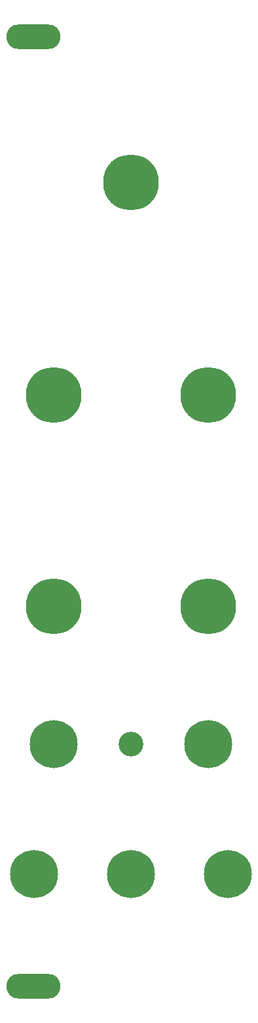
<source format=gbs>
G04 #@! TF.GenerationSoftware,KiCad,Pcbnew,8.0.5*
G04 #@! TF.CreationDate,2024-11-24T11:26:01+01:00*
G04 #@! TF.ProjectId,encore-panel,656e636f-7265-42d7-9061-6e656c2e6b69,rev?*
G04 #@! TF.SameCoordinates,Original*
G04 #@! TF.FileFunction,Soldermask,Bot*
G04 #@! TF.FilePolarity,Negative*
%FSLAX46Y46*%
G04 Gerber Fmt 4.6, Leading zero omitted, Abs format (unit mm)*
G04 Created by KiCad (PCBNEW 8.0.5) date 2024-11-24 11:26:01*
%MOMM*%
%LPD*%
G01*
G04 APERTURE LIST*
%ADD10C,6.200000*%
%ADD11C,7.200000*%
%ADD12O,7.000000X3.200000*%
%ADD13C,3.200000*%
G04 APERTURE END LIST*
D10*
X57500000Y-151750000D03*
D11*
X70000000Y-62500000D03*
D10*
X70000000Y-151750000D03*
D11*
X80000000Y-117250000D03*
X60000000Y-90000000D03*
D12*
X57350000Y-166250000D03*
X57350000Y-43750000D03*
D11*
X60000000Y-117250000D03*
X80000000Y-90000000D03*
D10*
X80000000Y-135000000D03*
X60000000Y-135000000D03*
D13*
X70000000Y-135000000D03*
D10*
X82500000Y-151750000D03*
M02*

</source>
